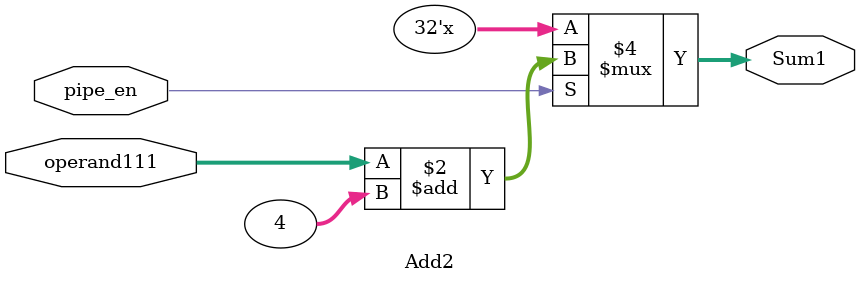
<source format=sv>
module Add2 (
    output var logic unsigned [31:0] Sum1,
    input  var logic       pipe_en,
    input  var logic unsigned [31:0] operand111
);

    always_comb begin
        if (pipe_en) begin
        Sum1 = operand111 + 32'd4;
        end
    end
    
endmodule
</source>
